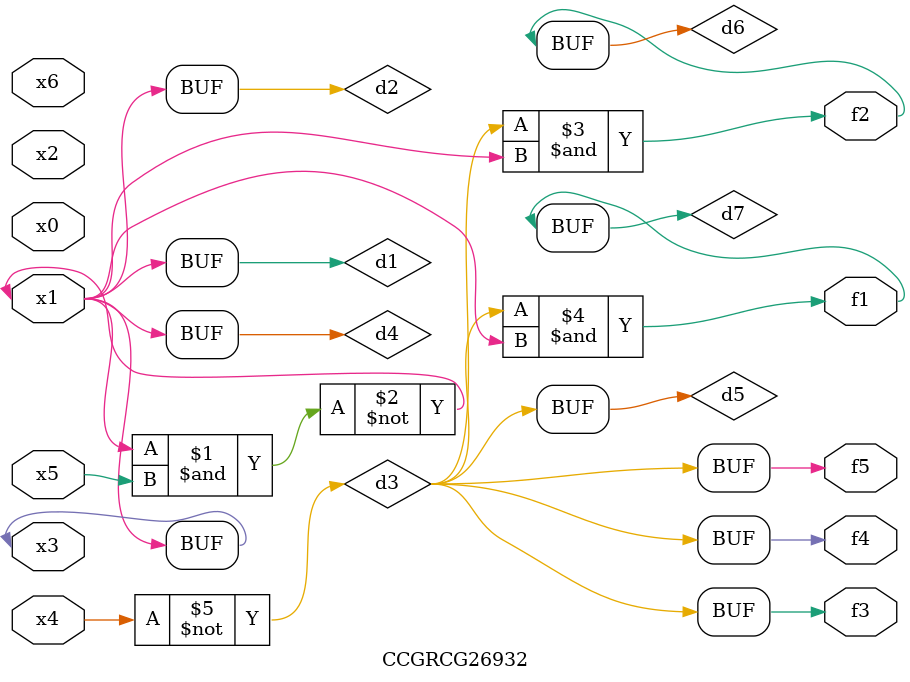
<source format=v>
module CCGRCG26932(
	input x0, x1, x2, x3, x4, x5, x6,
	output f1, f2, f3, f4, f5
);

	wire d1, d2, d3, d4, d5, d6, d7;

	buf (d1, x1, x3);
	nand (d2, x1, x5);
	not (d3, x4);
	buf (d4, d1, d2);
	buf (d5, d3);
	and (d6, d3, d4);
	and (d7, d3, d4);
	assign f1 = d7;
	assign f2 = d6;
	assign f3 = d5;
	assign f4 = d5;
	assign f5 = d5;
endmodule

</source>
